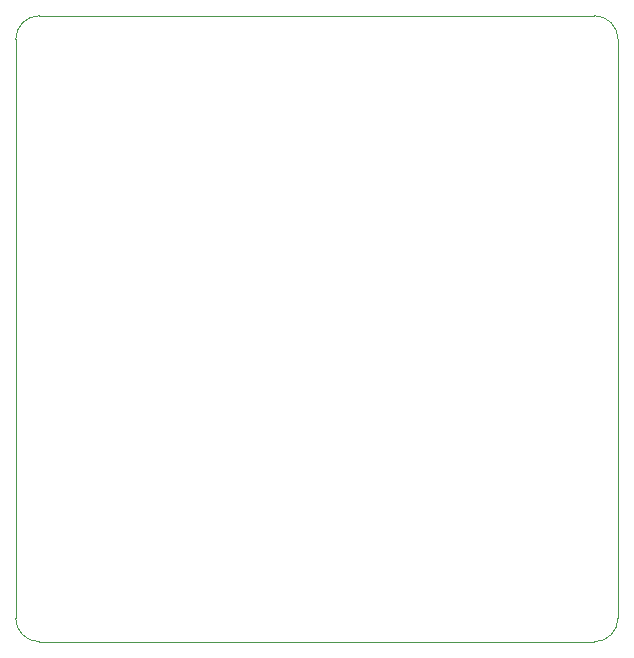
<source format=gbr>
%TF.GenerationSoftware,KiCad,Pcbnew,5.1.6-c6e7f7d~86~ubuntu18.04.1*%
%TF.CreationDate,2020-07-11T09:23:51+02:00*%
%TF.ProjectId,chickenDoor,63686963-6b65-46e4-946f-6f722e6b6963,rev?*%
%TF.SameCoordinates,Original*%
%TF.FileFunction,Profile,NP*%
%FSLAX46Y46*%
G04 Gerber Fmt 4.6, Leading zero omitted, Abs format (unit mm)*
G04 Created by KiCad (PCBNEW 5.1.6-c6e7f7d~86~ubuntu18.04.1) date 2020-07-11 09:23:51*
%MOMM*%
%LPD*%
G01*
G04 APERTURE LIST*
%TA.AperFunction,Profile*%
%ADD10C,0.100000*%
%TD*%
G04 APERTURE END LIST*
D10*
X148000000Y-54000000D02*
G75*
G02*
X150000000Y-56000000I0J-2000000D01*
G01*
X150000000Y-105000000D02*
G75*
G02*
X148000000Y-107000000I-2000000J0D01*
G01*
X101000000Y-107000000D02*
G75*
G02*
X99000000Y-105000000I0J2000000D01*
G01*
X99000000Y-56000000D02*
G75*
G02*
X101000000Y-54000000I2000000J0D01*
G01*
X148000000Y-107000000D02*
X101000000Y-107000000D01*
X150000000Y-56000000D02*
X150000000Y-105000000D01*
X101000000Y-54000000D02*
X148000000Y-54000000D01*
X99000000Y-105000000D02*
X99000000Y-56000000D01*
M02*

</source>
